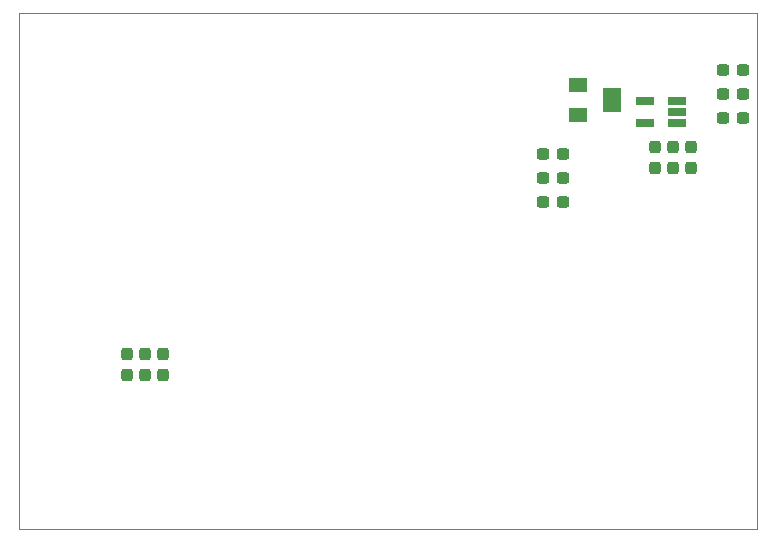
<source format=gtp>
%TF.GenerationSoftware,KiCad,Pcbnew,(6.0.7)*%
%TF.CreationDate,2022-08-11T20:25:56-04:00*%
%TF.ProjectId,hexapod_interlock,68657861-706f-4645-9f69-6e7465726c6f,rev?*%
%TF.SameCoordinates,Original*%
%TF.FileFunction,Paste,Top*%
%TF.FilePolarity,Positive*%
%FSLAX46Y46*%
G04 Gerber Fmt 4.6, Leading zero omitted, Abs format (unit mm)*
G04 Created by KiCad (PCBNEW (6.0.7)) date 2022-08-11 20:25:56*
%MOMM*%
%LPD*%
G01*
G04 APERTURE LIST*
G04 Aperture macros list*
%AMRoundRect*
0 Rectangle with rounded corners*
0 $1 Rounding radius*
0 $2 $3 $4 $5 $6 $7 $8 $9 X,Y pos of 4 corners*
0 Add a 4 corners polygon primitive as box body*
4,1,4,$2,$3,$4,$5,$6,$7,$8,$9,$2,$3,0*
0 Add four circle primitives for the rounded corners*
1,1,$1+$1,$2,$3*
1,1,$1+$1,$4,$5*
1,1,$1+$1,$6,$7*
1,1,$1+$1,$8,$9*
0 Add four rect primitives between the rounded corners*
20,1,$1+$1,$2,$3,$4,$5,0*
20,1,$1+$1,$4,$5,$6,$7,0*
20,1,$1+$1,$6,$7,$8,$9,0*
20,1,$1+$1,$8,$9,$2,$3,0*%
G04 Aperture macros list end*
%TA.AperFunction,Profile*%
%ADD10C,0.100000*%
%TD*%
%ADD11RoundRect,0.237500X-0.300000X-0.237500X0.300000X-0.237500X0.300000X0.237500X-0.300000X0.237500X0*%
%ADD12R,1.600000X1.300000*%
%ADD13R,1.600000X2.000000*%
%ADD14RoundRect,0.237500X0.237500X-0.300000X0.237500X0.300000X-0.237500X0.300000X-0.237500X-0.300000X0*%
%ADD15RoundRect,0.237500X-0.237500X0.300000X-0.237500X-0.300000X0.237500X-0.300000X0.237500X0.300000X0*%
%ADD16R,1.560000X0.650000*%
G04 APERTURE END LIST*
D10*
X140208000Y-151384000D02*
X140208000Y-107696000D01*
X77724000Y-107696000D02*
X140208000Y-107696000D01*
X77724000Y-151384000D02*
X140208000Y-151384000D01*
X77724000Y-107696000D02*
X77724000Y-151384000D01*
D11*
%TO.C,C14*%
X137313500Y-112466000D03*
X139038500Y-112466000D03*
%TD*%
D12*
%TO.C,RV1*%
X125042000Y-113756000D03*
D13*
X127942000Y-115006000D03*
D12*
X125042000Y-116256000D03*
%TD*%
D14*
%TO.C,C6*%
X134620000Y-120750500D03*
X134620000Y-119025500D03*
%TD*%
D11*
%TO.C,C13*%
X137313500Y-114498000D03*
X139038500Y-114498000D03*
%TD*%
D14*
%TO.C,C2*%
X131572000Y-120750500D03*
X131572000Y-119025500D03*
%TD*%
D15*
%TO.C,C3*%
X88392000Y-136551500D03*
X88392000Y-138276500D03*
%TD*%
D11*
%TO.C,C15*%
X137313500Y-116530000D03*
X139038500Y-116530000D03*
%TD*%
D15*
%TO.C,C5*%
X86868000Y-136551500D03*
X86868000Y-138276500D03*
%TD*%
D11*
%TO.C,C12*%
X122073500Y-123642000D03*
X123798500Y-123642000D03*
%TD*%
%TO.C,C10*%
X122073500Y-121610000D03*
X123798500Y-121610000D03*
%TD*%
D16*
%TO.C,U1*%
X133430000Y-116972000D03*
X133430000Y-116022000D03*
X133430000Y-115072000D03*
X130730000Y-115072000D03*
X130730000Y-116972000D03*
%TD*%
D15*
%TO.C,C1*%
X89916000Y-136551500D03*
X89916000Y-138276500D03*
%TD*%
D14*
%TO.C,C4*%
X133096000Y-120750500D03*
X133096000Y-119025500D03*
%TD*%
D11*
%TO.C,C8*%
X122073500Y-119578000D03*
X123798500Y-119578000D03*
%TD*%
M02*

</source>
